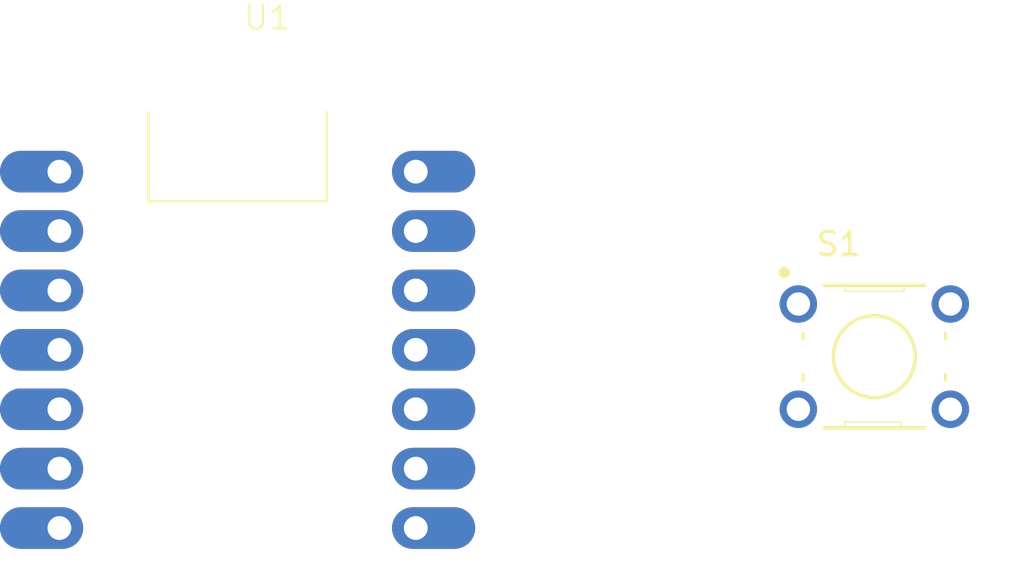
<source format=kicad_pcb>
(kicad_pcb (version 20221018) (generator pcbnew)
  (layers (0 "F.Cu" signal) (31 "B.Cu" signal) (34 "B.Paste" user) (35 "F.Paste" user) (36 "B.SilkS" user "B.Silkscreen") (37 "F.SilkS" user "F.Silkscreen") (38 "B.Mask" user) (39 "F.Mask" user) (44 "Edge.Cuts" user))
  (net 0 "")
  (footprint "B3F-1000:SW_B3F-1000" (layer "F.Cu") (at 88.19 51.09)
    (fp_text reference "S1" (at -1.523015 -4.818045) (layer "F.SilkS") (effects (font (size 1.000008 1.000008))))
    (fp_text value "B3F-1000")
    (fp_line (start -3.048 -0.762) (end -3.048 -1.016) (stroke (width 0.1524)) (layer "F.SilkS"))
    (fp_line (start -3.048 0.762) (end -3.048 1.016) (stroke (width 0.1524)) (layer "F.SilkS"))
    (fp_line (start -2.159 3.048) (end -1.27 3.048) (stroke (width 0.1524)) (layer "F.SilkS"))
    (fp_line (start -1.27 -3.048) (end -2.159 -3.048) (stroke (width 0.1524)) (layer "F.SilkS"))
    (fp_line (start -1.27 -3.048) (end -1.27 -2.794) (stroke (width 0.0508)) (layer "F.SilkS"))
    (fp_line (start -1.27 2.794) (end -1.27 3.048) (stroke (width 0.0508)) (layer "F.SilkS"))
    (fp_line (start -1.27 3.048) (end 1.143 3.048) (stroke (width 0.1524)) (layer "F.SilkS"))
    (fp_line (start 1.143 2.794) (end -1.27 2.794) (stroke (width 0.0508)) (layer "F.SilkS"))
    (fp_line (start 1.143 2.794) (end 1.143 3.048) (stroke (width 0.0508)) (layer "F.SilkS"))
    (fp_line (start 1.143 3.048) (end 2.159 3.048) (stroke (width 0.1524)) (layer "F.SilkS"))
    (fp_line (start 1.27 -3.048) (end -1.27 -3.048) (stroke (width 0.1524)) (layer "F.SilkS"))
    (fp_line (start 1.27 -2.794) (end -1.27 -2.794) (stroke (width 0.0508)) (layer "F.SilkS"))
    (fp_line (start 1.27 -2.794) (end 1.27 -3.048) (stroke (width 0.0508)) (layer "F.SilkS"))
    (fp_line (start 2.159 -3.048) (end 1.27 -3.048) (stroke (width 0.1524)) (layer "F.SilkS"))
    (fp_line (start 3.048 -0.762) (end 3.048 -1.016) (stroke (width 0.1524)) (layer "F.SilkS"))
    (fp_line (start 3.048 0.762) (end 3.048 1.016) (stroke (width 0.1524)) (layer "F.SilkS"))
    (fp_circle (center -3.85 -3.6) (end -3.6 -3.6) (fill solid) (layer "F.SilkS"))
    (fp_circle (center 0 0) (end 1.75 0) (stroke (width 0.1524)) (fill none) (layer "F.SilkS"))
    (pad "1" thru_hole circle (at -3.25 -2.25) (size 1.6 1.6) (drill 1) (layers "*.Cu" "*.Mask"))
    (pad "2" thru_hole circle (at 3.25 -2.25) (size 1.6 1.6) (drill 1) (layers "*.Cu" "*.Mask"))
    (pad "3" thru_hole circle (at -3.25 2.25) (size 1.6 1.6) (drill 1) (layers "*.Cu" "*.Mask"))
    (pad "4" thru_hole circle (at 3.25 2.25) (size 1.6 1.6) (drill 1) (layers "*.Cu" "*.Mask"))
  )
  (footprint "514_KiCAD_Demo:XIAO_ESP32_SENSE" (layer "F.Cu") (at 60.96 50.8)
    (fp_text reference "U1" (at 1.27 -14.2 unlocked) (layer "F.SilkS") (effects (font (thickness 0.1))))
    (fp_text value "~")
    (fp_line (start -3.81 -10.16) (end -3.81 -6.35) (stroke (width 0.1)) (layer "F.SilkS"))
    (fp_line (start -3.81 -6.35) (end 3.81 -6.35) (stroke (width 0.1)) (layer "F.SilkS"))
    (fp_line (start 3.81 -6.35) (end 3.81 -10.16) (stroke (width 0.1)) (layer "F.SilkS"))
    (pad "1" thru_hole oval (at -7.62 -7.62) (size 3.556 1.778) (drill 1.016 (offset -0.762 0)) (layers "*.Cu" "*.Mask"))
    (pad "2" thru_hole oval (at -7.62 -5.08) (size 3.556 1.778) (drill 1.016 (offset -0.762 0)) (layers "*.Cu" "*.Mask"))
    (pad "3" thru_hole oval (at -7.62 -2.54) (size 3.556 1.778) (drill 1.016 (offset -0.762 0)) (layers "*.Cu" "*.Mask"))
    (pad "4" thru_hole oval (at -7.62 0) (size 3.556 1.778) (drill 1.016 (offset -0.762 0)) (layers "*.Cu" "*.Mask"))
    (pad "5" thru_hole oval (at -7.62 2.54) (size 3.556 1.778) (drill 1.016 (offset -0.762 0)) (layers "*.Cu" "*.Mask"))
    (pad "6" thru_hole oval (at -7.62 5.08) (size 3.556 1.778) (drill 1.016 (offset -0.762 0)) (layers "*.Cu" "*.Mask"))
    (pad "7" thru_hole oval (at -7.62 7.62) (size 3.556 1.778) (drill 1.016 (offset -0.762 0)) (layers "*.Cu" "*.Mask"))
    (pad "8" thru_hole oval (at 7.62 -7.62) (size 3.556 1.778) (drill 1.016 (offset 0.762 0)) (layers "*.Cu" "*.Mask"))
    (pad "9" thru_hole oval (at 7.62 -5.08) (size 3.556 1.778) (drill 1.016 (offset 0.762 0)) (layers "*.Cu" "*.Mask"))
    (pad "10" thru_hole oval (at 7.62 -2.54) (size 3.556 1.778) (drill 1.016 (offset 0.762 0)) (layers "*.Cu" "*.Mask"))
    (pad "11" thru_hole oval (at 7.62 0) (size 3.556 1.778) (drill 1.016 (offset 0.762 0)) (layers "*.Cu" "*.Mask"))
    (pad "12" thru_hole oval (at 7.62 2.54) (size 3.556 1.778) (drill 1.016 (offset 0.762 0)) (layers "*.Cu" "*.Mask"))
    (pad "13" thru_hole oval (at 7.62 5.08) (size 3.556 1.778) (drill 1.016 (offset 0.762 0)) (layers "*.Cu" "*.Mask"))
    (pad "14" thru_hole oval (at 7.62 7.62) (size 3.556 1.778) (drill 1.016 (offset 0.762 0)) (layers "*.Cu" "*.Mask"))
  )
)
</source>
